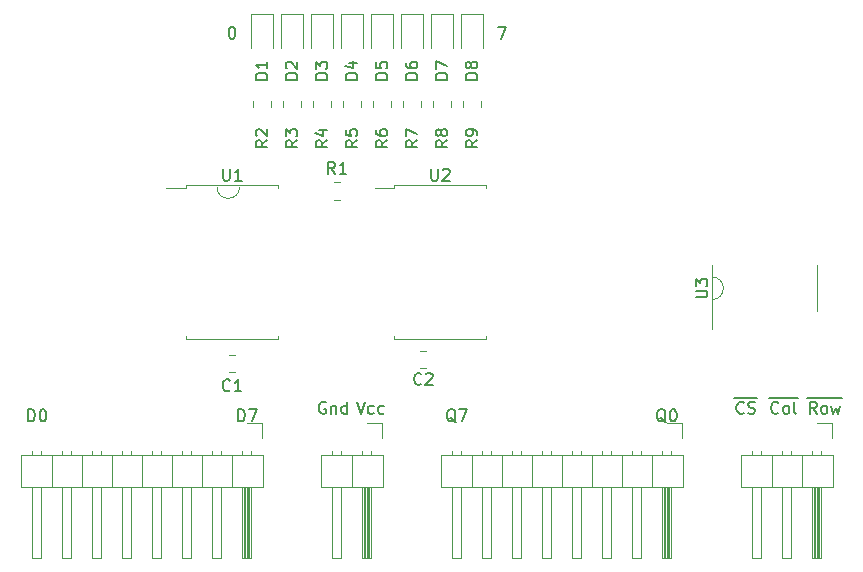
<source format=gbr>
%TF.GenerationSoftware,KiCad,Pcbnew,(5.1.8)-1*%
%TF.CreationDate,2022-11-12T22:58:33+03:00*%
%TF.ProjectId,Reg,5265672e-6b69-4636-9164-5f7063625858,rev?*%
%TF.SameCoordinates,Original*%
%TF.FileFunction,Legend,Top*%
%TF.FilePolarity,Positive*%
%FSLAX46Y46*%
G04 Gerber Fmt 4.6, Leading zero omitted, Abs format (unit mm)*
G04 Created by KiCad (PCBNEW (5.1.8)-1) date 2022-11-12 22:58:33*
%MOMM*%
%LPD*%
G01*
G04 APERTURE LIST*
%ADD10C,0.150000*%
%ADD11C,0.120000*%
G04 APERTURE END LIST*
D10*
X92376666Y-18502380D02*
X93043333Y-18502380D01*
X92614761Y-19502380D01*
X69802380Y-18502380D02*
X69897619Y-18502380D01*
X69992857Y-18550000D01*
X70040476Y-18597619D01*
X70088095Y-18692857D01*
X70135714Y-18883333D01*
X70135714Y-19121428D01*
X70088095Y-19311904D01*
X70040476Y-19407142D01*
X69992857Y-19454761D01*
X69897619Y-19502380D01*
X69802380Y-19502380D01*
X69707142Y-19454761D01*
X69659523Y-19407142D01*
X69611904Y-19311904D01*
X69564285Y-19121428D01*
X69564285Y-18883333D01*
X69611904Y-18692857D01*
X69659523Y-18597619D01*
X69707142Y-18550000D01*
X69802380Y-18502380D01*
D11*
X110500000Y-39687500D02*
G75*
G02*
X110500000Y-41592500I0J-952500D01*
G01*
X70485000Y-32067500D02*
G75*
G02*
X68580000Y-32067500I-952500J0D01*
G01*
D10*
X118538809Y-49885000D02*
X119538809Y-49885000D01*
X119348333Y-51252380D02*
X119015000Y-50776190D01*
X118776904Y-51252380D02*
X118776904Y-50252380D01*
X119157857Y-50252380D01*
X119253095Y-50300000D01*
X119300714Y-50347619D01*
X119348333Y-50442857D01*
X119348333Y-50585714D01*
X119300714Y-50680952D01*
X119253095Y-50728571D01*
X119157857Y-50776190D01*
X118776904Y-50776190D01*
X119538809Y-49885000D02*
X120443571Y-49885000D01*
X119919761Y-51252380D02*
X119824523Y-51204761D01*
X119776904Y-51157142D01*
X119729285Y-51061904D01*
X119729285Y-50776190D01*
X119776904Y-50680952D01*
X119824523Y-50633333D01*
X119919761Y-50585714D01*
X120062619Y-50585714D01*
X120157857Y-50633333D01*
X120205476Y-50680952D01*
X120253095Y-50776190D01*
X120253095Y-51061904D01*
X120205476Y-51157142D01*
X120157857Y-51204761D01*
X120062619Y-51252380D01*
X119919761Y-51252380D01*
X120443571Y-49885000D02*
X121491190Y-49885000D01*
X120586428Y-50585714D02*
X120776904Y-51252380D01*
X120967380Y-50776190D01*
X121157857Y-51252380D01*
X121348333Y-50585714D01*
X115308214Y-49885000D02*
X116308214Y-49885000D01*
X116117738Y-51157142D02*
X116070119Y-51204761D01*
X115927261Y-51252380D01*
X115832023Y-51252380D01*
X115689166Y-51204761D01*
X115593928Y-51109523D01*
X115546309Y-51014285D01*
X115498690Y-50823809D01*
X115498690Y-50680952D01*
X115546309Y-50490476D01*
X115593928Y-50395238D01*
X115689166Y-50300000D01*
X115832023Y-50252380D01*
X115927261Y-50252380D01*
X116070119Y-50300000D01*
X116117738Y-50347619D01*
X116308214Y-49885000D02*
X117212976Y-49885000D01*
X116689166Y-51252380D02*
X116593928Y-51204761D01*
X116546309Y-51157142D01*
X116498690Y-51061904D01*
X116498690Y-50776190D01*
X116546309Y-50680952D01*
X116593928Y-50633333D01*
X116689166Y-50585714D01*
X116832023Y-50585714D01*
X116927261Y-50633333D01*
X116974880Y-50680952D01*
X117022500Y-50776190D01*
X117022500Y-51061904D01*
X116974880Y-51157142D01*
X116927261Y-51204761D01*
X116832023Y-51252380D01*
X116689166Y-51252380D01*
X117212976Y-49885000D02*
X117736785Y-49885000D01*
X117593928Y-51252380D02*
X117498690Y-51204761D01*
X117451071Y-51109523D01*
X117451071Y-50252380D01*
X112371309Y-49885000D02*
X113371309Y-49885000D01*
X113180833Y-51157142D02*
X113133214Y-51204761D01*
X112990357Y-51252380D01*
X112895119Y-51252380D01*
X112752261Y-51204761D01*
X112657023Y-51109523D01*
X112609404Y-51014285D01*
X112561785Y-50823809D01*
X112561785Y-50680952D01*
X112609404Y-50490476D01*
X112657023Y-50395238D01*
X112752261Y-50300000D01*
X112895119Y-50252380D01*
X112990357Y-50252380D01*
X113133214Y-50300000D01*
X113180833Y-50347619D01*
X113371309Y-49885000D02*
X114323690Y-49885000D01*
X113561785Y-51204761D02*
X113704642Y-51252380D01*
X113942738Y-51252380D01*
X114037976Y-51204761D01*
X114085595Y-51157142D01*
X114133214Y-51061904D01*
X114133214Y-50966666D01*
X114085595Y-50871428D01*
X114037976Y-50823809D01*
X113942738Y-50776190D01*
X113752261Y-50728571D01*
X113657023Y-50680952D01*
X113609404Y-50633333D01*
X113561785Y-50538095D01*
X113561785Y-50442857D01*
X113609404Y-50347619D01*
X113657023Y-50300000D01*
X113752261Y-50252380D01*
X113990357Y-50252380D01*
X114133214Y-50300000D01*
X106584761Y-51982619D02*
X106489523Y-51935000D01*
X106394285Y-51839761D01*
X106251428Y-51696904D01*
X106156190Y-51649285D01*
X106060952Y-51649285D01*
X106108571Y-51887380D02*
X106013333Y-51839761D01*
X105918095Y-51744523D01*
X105870476Y-51554047D01*
X105870476Y-51220714D01*
X105918095Y-51030238D01*
X106013333Y-50935000D01*
X106108571Y-50887380D01*
X106299047Y-50887380D01*
X106394285Y-50935000D01*
X106489523Y-51030238D01*
X106537142Y-51220714D01*
X106537142Y-51554047D01*
X106489523Y-51744523D01*
X106394285Y-51839761D01*
X106299047Y-51887380D01*
X106108571Y-51887380D01*
X107156190Y-50887380D02*
X107251428Y-50887380D01*
X107346666Y-50935000D01*
X107394285Y-50982619D01*
X107441904Y-51077857D01*
X107489523Y-51268333D01*
X107489523Y-51506428D01*
X107441904Y-51696904D01*
X107394285Y-51792142D01*
X107346666Y-51839761D01*
X107251428Y-51887380D01*
X107156190Y-51887380D01*
X107060952Y-51839761D01*
X107013333Y-51792142D01*
X106965714Y-51696904D01*
X106918095Y-51506428D01*
X106918095Y-51268333D01*
X106965714Y-51077857D01*
X107013333Y-50982619D01*
X107060952Y-50935000D01*
X107156190Y-50887380D01*
X88804761Y-51982619D02*
X88709523Y-51935000D01*
X88614285Y-51839761D01*
X88471428Y-51696904D01*
X88376190Y-51649285D01*
X88280952Y-51649285D01*
X88328571Y-51887380D02*
X88233333Y-51839761D01*
X88138095Y-51744523D01*
X88090476Y-51554047D01*
X88090476Y-51220714D01*
X88138095Y-51030238D01*
X88233333Y-50935000D01*
X88328571Y-50887380D01*
X88519047Y-50887380D01*
X88614285Y-50935000D01*
X88709523Y-51030238D01*
X88757142Y-51220714D01*
X88757142Y-51554047D01*
X88709523Y-51744523D01*
X88614285Y-51839761D01*
X88519047Y-51887380D01*
X88328571Y-51887380D01*
X89090476Y-50887380D02*
X89757142Y-50887380D01*
X89328571Y-51887380D01*
X77779642Y-50300000D02*
X77684404Y-50252380D01*
X77541547Y-50252380D01*
X77398690Y-50300000D01*
X77303452Y-50395238D01*
X77255833Y-50490476D01*
X77208214Y-50680952D01*
X77208214Y-50823809D01*
X77255833Y-51014285D01*
X77303452Y-51109523D01*
X77398690Y-51204761D01*
X77541547Y-51252380D01*
X77636785Y-51252380D01*
X77779642Y-51204761D01*
X77827261Y-51157142D01*
X77827261Y-50823809D01*
X77636785Y-50823809D01*
X78255833Y-50585714D02*
X78255833Y-51252380D01*
X78255833Y-50680952D02*
X78303452Y-50633333D01*
X78398690Y-50585714D01*
X78541547Y-50585714D01*
X78636785Y-50633333D01*
X78684404Y-50728571D01*
X78684404Y-51252380D01*
X79589166Y-51252380D02*
X79589166Y-50252380D01*
X79589166Y-51204761D02*
X79493928Y-51252380D01*
X79303452Y-51252380D01*
X79208214Y-51204761D01*
X79160595Y-51157142D01*
X79112976Y-51061904D01*
X79112976Y-50776190D01*
X79160595Y-50680952D01*
X79208214Y-50633333D01*
X79303452Y-50585714D01*
X79493928Y-50585714D01*
X79589166Y-50633333D01*
X80407023Y-50252380D02*
X80740357Y-51252380D01*
X81073690Y-50252380D01*
X81835595Y-51204761D02*
X81740357Y-51252380D01*
X81549880Y-51252380D01*
X81454642Y-51204761D01*
X81407023Y-51157142D01*
X81359404Y-51061904D01*
X81359404Y-50776190D01*
X81407023Y-50680952D01*
X81454642Y-50633333D01*
X81549880Y-50585714D01*
X81740357Y-50585714D01*
X81835595Y-50633333D01*
X82692738Y-51204761D02*
X82597500Y-51252380D01*
X82407023Y-51252380D01*
X82311785Y-51204761D01*
X82264166Y-51157142D01*
X82216547Y-51061904D01*
X82216547Y-50776190D01*
X82264166Y-50680952D01*
X82311785Y-50633333D01*
X82407023Y-50585714D01*
X82597500Y-50585714D01*
X82692738Y-50633333D01*
X70381904Y-51887380D02*
X70381904Y-50887380D01*
X70620000Y-50887380D01*
X70762857Y-50935000D01*
X70858095Y-51030238D01*
X70905714Y-51125476D01*
X70953333Y-51315952D01*
X70953333Y-51458809D01*
X70905714Y-51649285D01*
X70858095Y-51744523D01*
X70762857Y-51839761D01*
X70620000Y-51887380D01*
X70381904Y-51887380D01*
X71286666Y-50887380D02*
X71953333Y-50887380D01*
X71524761Y-51887380D01*
X52601904Y-51887380D02*
X52601904Y-50887380D01*
X52840000Y-50887380D01*
X52982857Y-50935000D01*
X53078095Y-51030238D01*
X53125714Y-51125476D01*
X53173333Y-51315952D01*
X53173333Y-51458809D01*
X53125714Y-51649285D01*
X53078095Y-51744523D01*
X52982857Y-51839761D01*
X52840000Y-51887380D01*
X52601904Y-51887380D01*
X53792380Y-50887380D02*
X53887619Y-50887380D01*
X53982857Y-50935000D01*
X54030476Y-50982619D01*
X54078095Y-51077857D01*
X54125714Y-51268333D01*
X54125714Y-51506428D01*
X54078095Y-51696904D01*
X54030476Y-51792142D01*
X53982857Y-51839761D01*
X53887619Y-51887380D01*
X53792380Y-51887380D01*
X53697142Y-51839761D01*
X53649523Y-51792142D01*
X53601904Y-51696904D01*
X53554285Y-51506428D01*
X53554285Y-51268333D01*
X53601904Y-51077857D01*
X53649523Y-50982619D01*
X53697142Y-50935000D01*
X53792380Y-50887380D01*
D11*
%TO.C,C2*%
X86303752Y-47407500D02*
X85781248Y-47407500D01*
X86303752Y-45937500D02*
X85781248Y-45937500D01*
%TO.C,R9*%
X90905000Y-25262064D02*
X90905000Y-24807936D01*
X89435000Y-25262064D02*
X89435000Y-24807936D01*
%TO.C,R8*%
X88365000Y-25262064D02*
X88365000Y-24807936D01*
X86895000Y-25262064D02*
X86895000Y-24807936D01*
%TO.C,R7*%
X85825000Y-25262064D02*
X85825000Y-24807936D01*
X84355000Y-25262064D02*
X84355000Y-24807936D01*
%TO.C,R6*%
X83285000Y-25262064D02*
X83285000Y-24807936D01*
X81815000Y-25262064D02*
X81815000Y-24807936D01*
%TO.C,R5*%
X80745000Y-25262064D02*
X80745000Y-24807936D01*
X79275000Y-25262064D02*
X79275000Y-24807936D01*
%TO.C,R4*%
X78205000Y-25262064D02*
X78205000Y-24807936D01*
X76735000Y-25262064D02*
X76735000Y-24807936D01*
%TO.C,R3*%
X75665000Y-25262064D02*
X75665000Y-24807936D01*
X74195000Y-25262064D02*
X74195000Y-24807936D01*
%TO.C,R2*%
X73125000Y-25262064D02*
X73125000Y-24807936D01*
X71655000Y-25262064D02*
X71655000Y-24807936D01*
%TO.C,R1*%
X78967064Y-31650000D02*
X78512936Y-31650000D01*
X78967064Y-33120000D02*
X78512936Y-33120000D01*
%TO.C,D8*%
X89210000Y-17435000D02*
X89210000Y-20295000D01*
X91130000Y-17435000D02*
X89210000Y-17435000D01*
X91130000Y-20295000D02*
X91130000Y-17435000D01*
%TO.C,D7*%
X86670000Y-17435000D02*
X86670000Y-20295000D01*
X88590000Y-17435000D02*
X86670000Y-17435000D01*
X88590000Y-20295000D02*
X88590000Y-17435000D01*
%TO.C,D6*%
X84130000Y-17435000D02*
X84130000Y-20295000D01*
X86050000Y-17435000D02*
X84130000Y-17435000D01*
X86050000Y-20295000D02*
X86050000Y-17435000D01*
%TO.C,D5*%
X81590000Y-17435000D02*
X81590000Y-20295000D01*
X83510000Y-17435000D02*
X81590000Y-17435000D01*
X83510000Y-20295000D02*
X83510000Y-17435000D01*
%TO.C,D4*%
X79050000Y-17435000D02*
X79050000Y-20295000D01*
X80970000Y-17435000D02*
X79050000Y-17435000D01*
X80970000Y-20295000D02*
X80970000Y-17435000D01*
%TO.C,D3*%
X76510000Y-17435000D02*
X76510000Y-20295000D01*
X78430000Y-17435000D02*
X76510000Y-17435000D01*
X78430000Y-20295000D02*
X78430000Y-17435000D01*
%TO.C,D2*%
X73970000Y-17435000D02*
X73970000Y-20295000D01*
X75890000Y-17435000D02*
X73970000Y-17435000D01*
X75890000Y-20295000D02*
X75890000Y-17435000D01*
%TO.C,D1*%
X71430000Y-17435000D02*
X71430000Y-20295000D01*
X73350000Y-17435000D02*
X71430000Y-17435000D01*
X73350000Y-20295000D02*
X73350000Y-17435000D01*
%TO.C,C1*%
X70111252Y-47725000D02*
X69588748Y-47725000D01*
X70111252Y-46255000D02*
X69588748Y-46255000D01*
%TO.C,J1*%
X72450000Y-54780000D02*
X52010000Y-54780000D01*
X52010000Y-54780000D02*
X52010000Y-57440000D01*
X52010000Y-57440000D02*
X72450000Y-57440000D01*
X72450000Y-57440000D02*
X72450000Y-54780000D01*
X71500000Y-57440000D02*
X71500000Y-63440000D01*
X71500000Y-63440000D02*
X70740000Y-63440000D01*
X70740000Y-63440000D02*
X70740000Y-57440000D01*
X71440000Y-57440000D02*
X71440000Y-63440000D01*
X71320000Y-57440000D02*
X71320000Y-63440000D01*
X71200000Y-57440000D02*
X71200000Y-63440000D01*
X71080000Y-57440000D02*
X71080000Y-63440000D01*
X70960000Y-57440000D02*
X70960000Y-63440000D01*
X70840000Y-57440000D02*
X70840000Y-63440000D01*
X71500000Y-54450000D02*
X71500000Y-54780000D01*
X70740000Y-54450000D02*
X70740000Y-54780000D01*
X69850000Y-54780000D02*
X69850000Y-57440000D01*
X68960000Y-57440000D02*
X68960000Y-63440000D01*
X68960000Y-63440000D02*
X68200000Y-63440000D01*
X68200000Y-63440000D02*
X68200000Y-57440000D01*
X68960000Y-54382929D02*
X68960000Y-54780000D01*
X68200000Y-54382929D02*
X68200000Y-54780000D01*
X67310000Y-54780000D02*
X67310000Y-57440000D01*
X66420000Y-57440000D02*
X66420000Y-63440000D01*
X66420000Y-63440000D02*
X65660000Y-63440000D01*
X65660000Y-63440000D02*
X65660000Y-57440000D01*
X66420000Y-54382929D02*
X66420000Y-54780000D01*
X65660000Y-54382929D02*
X65660000Y-54780000D01*
X64770000Y-54780000D02*
X64770000Y-57440000D01*
X63880000Y-57440000D02*
X63880000Y-63440000D01*
X63880000Y-63440000D02*
X63120000Y-63440000D01*
X63120000Y-63440000D02*
X63120000Y-57440000D01*
X63880000Y-54382929D02*
X63880000Y-54780000D01*
X63120000Y-54382929D02*
X63120000Y-54780000D01*
X62230000Y-54780000D02*
X62230000Y-57440000D01*
X61340000Y-57440000D02*
X61340000Y-63440000D01*
X61340000Y-63440000D02*
X60580000Y-63440000D01*
X60580000Y-63440000D02*
X60580000Y-57440000D01*
X61340000Y-54382929D02*
X61340000Y-54780000D01*
X60580000Y-54382929D02*
X60580000Y-54780000D01*
X59690000Y-54780000D02*
X59690000Y-57440000D01*
X58800000Y-57440000D02*
X58800000Y-63440000D01*
X58800000Y-63440000D02*
X58040000Y-63440000D01*
X58040000Y-63440000D02*
X58040000Y-57440000D01*
X58800000Y-54382929D02*
X58800000Y-54780000D01*
X58040000Y-54382929D02*
X58040000Y-54780000D01*
X57150000Y-54780000D02*
X57150000Y-57440000D01*
X56260000Y-57440000D02*
X56260000Y-63440000D01*
X56260000Y-63440000D02*
X55500000Y-63440000D01*
X55500000Y-63440000D02*
X55500000Y-57440000D01*
X56260000Y-54382929D02*
X56260000Y-54780000D01*
X55500000Y-54382929D02*
X55500000Y-54780000D01*
X54610000Y-54780000D02*
X54610000Y-57440000D01*
X53720000Y-57440000D02*
X53720000Y-63440000D01*
X53720000Y-63440000D02*
X52960000Y-63440000D01*
X52960000Y-63440000D02*
X52960000Y-57440000D01*
X53720000Y-54382929D02*
X53720000Y-54780000D01*
X52960000Y-54382929D02*
X52960000Y-54780000D01*
X71120000Y-52070000D02*
X72390000Y-52070000D01*
X72390000Y-52070000D02*
X72390000Y-53340000D01*
%TO.C,J2*%
X107950000Y-52070000D02*
X107950000Y-53340000D01*
X106680000Y-52070000D02*
X107950000Y-52070000D01*
X88520000Y-54382929D02*
X88520000Y-54780000D01*
X89280000Y-54382929D02*
X89280000Y-54780000D01*
X88520000Y-63440000D02*
X88520000Y-57440000D01*
X89280000Y-63440000D02*
X88520000Y-63440000D01*
X89280000Y-57440000D02*
X89280000Y-63440000D01*
X90170000Y-54780000D02*
X90170000Y-57440000D01*
X91060000Y-54382929D02*
X91060000Y-54780000D01*
X91820000Y-54382929D02*
X91820000Y-54780000D01*
X91060000Y-63440000D02*
X91060000Y-57440000D01*
X91820000Y-63440000D02*
X91060000Y-63440000D01*
X91820000Y-57440000D02*
X91820000Y-63440000D01*
X92710000Y-54780000D02*
X92710000Y-57440000D01*
X93600000Y-54382929D02*
X93600000Y-54780000D01*
X94360000Y-54382929D02*
X94360000Y-54780000D01*
X93600000Y-63440000D02*
X93600000Y-57440000D01*
X94360000Y-63440000D02*
X93600000Y-63440000D01*
X94360000Y-57440000D02*
X94360000Y-63440000D01*
X95250000Y-54780000D02*
X95250000Y-57440000D01*
X96140000Y-54382929D02*
X96140000Y-54780000D01*
X96900000Y-54382929D02*
X96900000Y-54780000D01*
X96140000Y-63440000D02*
X96140000Y-57440000D01*
X96900000Y-63440000D02*
X96140000Y-63440000D01*
X96900000Y-57440000D02*
X96900000Y-63440000D01*
X97790000Y-54780000D02*
X97790000Y-57440000D01*
X98680000Y-54382929D02*
X98680000Y-54780000D01*
X99440000Y-54382929D02*
X99440000Y-54780000D01*
X98680000Y-63440000D02*
X98680000Y-57440000D01*
X99440000Y-63440000D02*
X98680000Y-63440000D01*
X99440000Y-57440000D02*
X99440000Y-63440000D01*
X100330000Y-54780000D02*
X100330000Y-57440000D01*
X101220000Y-54382929D02*
X101220000Y-54780000D01*
X101980000Y-54382929D02*
X101980000Y-54780000D01*
X101220000Y-63440000D02*
X101220000Y-57440000D01*
X101980000Y-63440000D02*
X101220000Y-63440000D01*
X101980000Y-57440000D02*
X101980000Y-63440000D01*
X102870000Y-54780000D02*
X102870000Y-57440000D01*
X103760000Y-54382929D02*
X103760000Y-54780000D01*
X104520000Y-54382929D02*
X104520000Y-54780000D01*
X103760000Y-63440000D02*
X103760000Y-57440000D01*
X104520000Y-63440000D02*
X103760000Y-63440000D01*
X104520000Y-57440000D02*
X104520000Y-63440000D01*
X105410000Y-54780000D02*
X105410000Y-57440000D01*
X106300000Y-54450000D02*
X106300000Y-54780000D01*
X107060000Y-54450000D02*
X107060000Y-54780000D01*
X106400000Y-57440000D02*
X106400000Y-63440000D01*
X106520000Y-57440000D02*
X106520000Y-63440000D01*
X106640000Y-57440000D02*
X106640000Y-63440000D01*
X106760000Y-57440000D02*
X106760000Y-63440000D01*
X106880000Y-57440000D02*
X106880000Y-63440000D01*
X107000000Y-57440000D02*
X107000000Y-63440000D01*
X106300000Y-63440000D02*
X106300000Y-57440000D01*
X107060000Y-63440000D02*
X106300000Y-63440000D01*
X107060000Y-57440000D02*
X107060000Y-63440000D01*
X108010000Y-57440000D02*
X108010000Y-54780000D01*
X87570000Y-57440000D02*
X108010000Y-57440000D01*
X87570000Y-54780000D02*
X87570000Y-57440000D01*
X108010000Y-54780000D02*
X87570000Y-54780000D01*
%TO.C,J3*%
X82610000Y-54780000D02*
X77410000Y-54780000D01*
X77410000Y-54780000D02*
X77410000Y-57440000D01*
X77410000Y-57440000D02*
X82610000Y-57440000D01*
X82610000Y-57440000D02*
X82610000Y-54780000D01*
X81660000Y-57440000D02*
X81660000Y-63440000D01*
X81660000Y-63440000D02*
X80900000Y-63440000D01*
X80900000Y-63440000D02*
X80900000Y-57440000D01*
X81600000Y-57440000D02*
X81600000Y-63440000D01*
X81480000Y-57440000D02*
X81480000Y-63440000D01*
X81360000Y-57440000D02*
X81360000Y-63440000D01*
X81240000Y-57440000D02*
X81240000Y-63440000D01*
X81120000Y-57440000D02*
X81120000Y-63440000D01*
X81000000Y-57440000D02*
X81000000Y-63440000D01*
X81660000Y-54450000D02*
X81660000Y-54780000D01*
X80900000Y-54450000D02*
X80900000Y-54780000D01*
X80010000Y-54780000D02*
X80010000Y-57440000D01*
X79120000Y-57440000D02*
X79120000Y-63440000D01*
X79120000Y-63440000D02*
X78360000Y-63440000D01*
X78360000Y-63440000D02*
X78360000Y-57440000D01*
X79120000Y-54382929D02*
X79120000Y-54780000D01*
X78360000Y-54382929D02*
X78360000Y-54780000D01*
X81280000Y-52070000D02*
X82550000Y-52070000D01*
X82550000Y-52070000D02*
X82550000Y-53340000D01*
%TO.C,J4*%
X120710000Y-54780000D02*
X112970000Y-54780000D01*
X112970000Y-54780000D02*
X112970000Y-57440000D01*
X112970000Y-57440000D02*
X120710000Y-57440000D01*
X120710000Y-57440000D02*
X120710000Y-54780000D01*
X119760000Y-57440000D02*
X119760000Y-63440000D01*
X119760000Y-63440000D02*
X119000000Y-63440000D01*
X119000000Y-63440000D02*
X119000000Y-57440000D01*
X119700000Y-57440000D02*
X119700000Y-63440000D01*
X119580000Y-57440000D02*
X119580000Y-63440000D01*
X119460000Y-57440000D02*
X119460000Y-63440000D01*
X119340000Y-57440000D02*
X119340000Y-63440000D01*
X119220000Y-57440000D02*
X119220000Y-63440000D01*
X119100000Y-57440000D02*
X119100000Y-63440000D01*
X119760000Y-54450000D02*
X119760000Y-54780000D01*
X119000000Y-54450000D02*
X119000000Y-54780000D01*
X118110000Y-54780000D02*
X118110000Y-57440000D01*
X117220000Y-57440000D02*
X117220000Y-63440000D01*
X117220000Y-63440000D02*
X116460000Y-63440000D01*
X116460000Y-63440000D02*
X116460000Y-57440000D01*
X117220000Y-54382929D02*
X117220000Y-54780000D01*
X116460000Y-54382929D02*
X116460000Y-54780000D01*
X115570000Y-54780000D02*
X115570000Y-57440000D01*
X114680000Y-57440000D02*
X114680000Y-63440000D01*
X114680000Y-63440000D02*
X113920000Y-63440000D01*
X113920000Y-63440000D02*
X113920000Y-57440000D01*
X114680000Y-54382929D02*
X114680000Y-54780000D01*
X113920000Y-54382929D02*
X113920000Y-54780000D01*
X119380000Y-52070000D02*
X120650000Y-52070000D01*
X120650000Y-52070000D02*
X120650000Y-53340000D01*
%TO.C,U1*%
X69850000Y-44935001D02*
X73710000Y-44935001D01*
X73710000Y-44935001D02*
X73710000Y-44700001D01*
X69850000Y-44935001D02*
X65990000Y-44935001D01*
X65990000Y-44935001D02*
X65990000Y-44700001D01*
X69850000Y-31915001D02*
X73710000Y-31915001D01*
X73710000Y-31915001D02*
X73710000Y-32150001D01*
X69850000Y-31915001D02*
X65990000Y-31915001D01*
X65990000Y-31915001D02*
X65990000Y-32150001D01*
X65990000Y-32150001D02*
X64300000Y-32150001D01*
%TO.C,U3*%
X110500000Y-40640000D02*
X110500000Y-44090000D01*
X110500000Y-40640000D02*
X110500000Y-38690000D01*
X119370000Y-40640000D02*
X119370000Y-42590000D01*
X119370000Y-40640000D02*
X119370000Y-38690000D01*
%TO.C,U2*%
X87467500Y-44927500D02*
X91327500Y-44927500D01*
X91327500Y-44927500D02*
X91327500Y-44692500D01*
X87467500Y-44927500D02*
X83607500Y-44927500D01*
X83607500Y-44927500D02*
X83607500Y-44692500D01*
X87467500Y-31907500D02*
X91327500Y-31907500D01*
X91327500Y-31907500D02*
X91327500Y-32142500D01*
X87467500Y-31907500D02*
X83607500Y-31907500D01*
X83607500Y-31907500D02*
X83607500Y-32142500D01*
X83607500Y-32142500D02*
X81917500Y-32142500D01*
%TO.C,C2*%
D10*
X85875833Y-48709642D02*
X85828214Y-48757261D01*
X85685357Y-48804880D01*
X85590119Y-48804880D01*
X85447261Y-48757261D01*
X85352023Y-48662023D01*
X85304404Y-48566785D01*
X85256785Y-48376309D01*
X85256785Y-48233452D01*
X85304404Y-48042976D01*
X85352023Y-47947738D01*
X85447261Y-47852500D01*
X85590119Y-47804880D01*
X85685357Y-47804880D01*
X85828214Y-47852500D01*
X85875833Y-47900119D01*
X86256785Y-47900119D02*
X86304404Y-47852500D01*
X86399642Y-47804880D01*
X86637738Y-47804880D01*
X86732976Y-47852500D01*
X86780595Y-47900119D01*
X86828214Y-47995357D01*
X86828214Y-48090595D01*
X86780595Y-48233452D01*
X86209166Y-48804880D01*
X86828214Y-48804880D01*
%TO.C,R9*%
X90622380Y-28106666D02*
X90146190Y-28440000D01*
X90622380Y-28678095D02*
X89622380Y-28678095D01*
X89622380Y-28297142D01*
X89670000Y-28201904D01*
X89717619Y-28154285D01*
X89812857Y-28106666D01*
X89955714Y-28106666D01*
X90050952Y-28154285D01*
X90098571Y-28201904D01*
X90146190Y-28297142D01*
X90146190Y-28678095D01*
X90622380Y-27630476D02*
X90622380Y-27440000D01*
X90574761Y-27344761D01*
X90527142Y-27297142D01*
X90384285Y-27201904D01*
X90193809Y-27154285D01*
X89812857Y-27154285D01*
X89717619Y-27201904D01*
X89670000Y-27249523D01*
X89622380Y-27344761D01*
X89622380Y-27535238D01*
X89670000Y-27630476D01*
X89717619Y-27678095D01*
X89812857Y-27725714D01*
X90050952Y-27725714D01*
X90146190Y-27678095D01*
X90193809Y-27630476D01*
X90241428Y-27535238D01*
X90241428Y-27344761D01*
X90193809Y-27249523D01*
X90146190Y-27201904D01*
X90050952Y-27154285D01*
%TO.C,R8*%
X88082380Y-28106666D02*
X87606190Y-28440000D01*
X88082380Y-28678095D02*
X87082380Y-28678095D01*
X87082380Y-28297142D01*
X87130000Y-28201904D01*
X87177619Y-28154285D01*
X87272857Y-28106666D01*
X87415714Y-28106666D01*
X87510952Y-28154285D01*
X87558571Y-28201904D01*
X87606190Y-28297142D01*
X87606190Y-28678095D01*
X87510952Y-27535238D02*
X87463333Y-27630476D01*
X87415714Y-27678095D01*
X87320476Y-27725714D01*
X87272857Y-27725714D01*
X87177619Y-27678095D01*
X87130000Y-27630476D01*
X87082380Y-27535238D01*
X87082380Y-27344761D01*
X87130000Y-27249523D01*
X87177619Y-27201904D01*
X87272857Y-27154285D01*
X87320476Y-27154285D01*
X87415714Y-27201904D01*
X87463333Y-27249523D01*
X87510952Y-27344761D01*
X87510952Y-27535238D01*
X87558571Y-27630476D01*
X87606190Y-27678095D01*
X87701428Y-27725714D01*
X87891904Y-27725714D01*
X87987142Y-27678095D01*
X88034761Y-27630476D01*
X88082380Y-27535238D01*
X88082380Y-27344761D01*
X88034761Y-27249523D01*
X87987142Y-27201904D01*
X87891904Y-27154285D01*
X87701428Y-27154285D01*
X87606190Y-27201904D01*
X87558571Y-27249523D01*
X87510952Y-27344761D01*
%TO.C,R7*%
X85542380Y-28106666D02*
X85066190Y-28440000D01*
X85542380Y-28678095D02*
X84542380Y-28678095D01*
X84542380Y-28297142D01*
X84590000Y-28201904D01*
X84637619Y-28154285D01*
X84732857Y-28106666D01*
X84875714Y-28106666D01*
X84970952Y-28154285D01*
X85018571Y-28201904D01*
X85066190Y-28297142D01*
X85066190Y-28678095D01*
X84542380Y-27773333D02*
X84542380Y-27106666D01*
X85542380Y-27535238D01*
%TO.C,R6*%
X83002380Y-28106666D02*
X82526190Y-28440000D01*
X83002380Y-28678095D02*
X82002380Y-28678095D01*
X82002380Y-28297142D01*
X82050000Y-28201904D01*
X82097619Y-28154285D01*
X82192857Y-28106666D01*
X82335714Y-28106666D01*
X82430952Y-28154285D01*
X82478571Y-28201904D01*
X82526190Y-28297142D01*
X82526190Y-28678095D01*
X82002380Y-27249523D02*
X82002380Y-27440000D01*
X82050000Y-27535238D01*
X82097619Y-27582857D01*
X82240476Y-27678095D01*
X82430952Y-27725714D01*
X82811904Y-27725714D01*
X82907142Y-27678095D01*
X82954761Y-27630476D01*
X83002380Y-27535238D01*
X83002380Y-27344761D01*
X82954761Y-27249523D01*
X82907142Y-27201904D01*
X82811904Y-27154285D01*
X82573809Y-27154285D01*
X82478571Y-27201904D01*
X82430952Y-27249523D01*
X82383333Y-27344761D01*
X82383333Y-27535238D01*
X82430952Y-27630476D01*
X82478571Y-27678095D01*
X82573809Y-27725714D01*
%TO.C,R5*%
X80462380Y-28106666D02*
X79986190Y-28440000D01*
X80462380Y-28678095D02*
X79462380Y-28678095D01*
X79462380Y-28297142D01*
X79510000Y-28201904D01*
X79557619Y-28154285D01*
X79652857Y-28106666D01*
X79795714Y-28106666D01*
X79890952Y-28154285D01*
X79938571Y-28201904D01*
X79986190Y-28297142D01*
X79986190Y-28678095D01*
X79462380Y-27201904D02*
X79462380Y-27678095D01*
X79938571Y-27725714D01*
X79890952Y-27678095D01*
X79843333Y-27582857D01*
X79843333Y-27344761D01*
X79890952Y-27249523D01*
X79938571Y-27201904D01*
X80033809Y-27154285D01*
X80271904Y-27154285D01*
X80367142Y-27201904D01*
X80414761Y-27249523D01*
X80462380Y-27344761D01*
X80462380Y-27582857D01*
X80414761Y-27678095D01*
X80367142Y-27725714D01*
%TO.C,R4*%
X77922380Y-28106666D02*
X77446190Y-28440000D01*
X77922380Y-28678095D02*
X76922380Y-28678095D01*
X76922380Y-28297142D01*
X76970000Y-28201904D01*
X77017619Y-28154285D01*
X77112857Y-28106666D01*
X77255714Y-28106666D01*
X77350952Y-28154285D01*
X77398571Y-28201904D01*
X77446190Y-28297142D01*
X77446190Y-28678095D01*
X77255714Y-27249523D02*
X77922380Y-27249523D01*
X76874761Y-27487619D02*
X77589047Y-27725714D01*
X77589047Y-27106666D01*
%TO.C,R3*%
X75382380Y-28106666D02*
X74906190Y-28440000D01*
X75382380Y-28678095D02*
X74382380Y-28678095D01*
X74382380Y-28297142D01*
X74430000Y-28201904D01*
X74477619Y-28154285D01*
X74572857Y-28106666D01*
X74715714Y-28106666D01*
X74810952Y-28154285D01*
X74858571Y-28201904D01*
X74906190Y-28297142D01*
X74906190Y-28678095D01*
X74382380Y-27773333D02*
X74382380Y-27154285D01*
X74763333Y-27487619D01*
X74763333Y-27344761D01*
X74810952Y-27249523D01*
X74858571Y-27201904D01*
X74953809Y-27154285D01*
X75191904Y-27154285D01*
X75287142Y-27201904D01*
X75334761Y-27249523D01*
X75382380Y-27344761D01*
X75382380Y-27630476D01*
X75334761Y-27725714D01*
X75287142Y-27773333D01*
%TO.C,R2*%
X72842380Y-28106666D02*
X72366190Y-28440000D01*
X72842380Y-28678095D02*
X71842380Y-28678095D01*
X71842380Y-28297142D01*
X71890000Y-28201904D01*
X71937619Y-28154285D01*
X72032857Y-28106666D01*
X72175714Y-28106666D01*
X72270952Y-28154285D01*
X72318571Y-28201904D01*
X72366190Y-28297142D01*
X72366190Y-28678095D01*
X71937619Y-27725714D02*
X71890000Y-27678095D01*
X71842380Y-27582857D01*
X71842380Y-27344761D01*
X71890000Y-27249523D01*
X71937619Y-27201904D01*
X72032857Y-27154285D01*
X72128095Y-27154285D01*
X72270952Y-27201904D01*
X72842380Y-27773333D01*
X72842380Y-27154285D01*
%TO.C,R1*%
X78573333Y-30932380D02*
X78240000Y-30456190D01*
X78001904Y-30932380D02*
X78001904Y-29932380D01*
X78382857Y-29932380D01*
X78478095Y-29980000D01*
X78525714Y-30027619D01*
X78573333Y-30122857D01*
X78573333Y-30265714D01*
X78525714Y-30360952D01*
X78478095Y-30408571D01*
X78382857Y-30456190D01*
X78001904Y-30456190D01*
X79525714Y-30932380D02*
X78954285Y-30932380D01*
X79240000Y-30932380D02*
X79240000Y-29932380D01*
X79144761Y-30075238D01*
X79049523Y-30170476D01*
X78954285Y-30218095D01*
%TO.C,D8*%
X90622380Y-22963095D02*
X89622380Y-22963095D01*
X89622380Y-22725000D01*
X89670000Y-22582142D01*
X89765238Y-22486904D01*
X89860476Y-22439285D01*
X90050952Y-22391666D01*
X90193809Y-22391666D01*
X90384285Y-22439285D01*
X90479523Y-22486904D01*
X90574761Y-22582142D01*
X90622380Y-22725000D01*
X90622380Y-22963095D01*
X90050952Y-21820238D02*
X90003333Y-21915476D01*
X89955714Y-21963095D01*
X89860476Y-22010714D01*
X89812857Y-22010714D01*
X89717619Y-21963095D01*
X89670000Y-21915476D01*
X89622380Y-21820238D01*
X89622380Y-21629761D01*
X89670000Y-21534523D01*
X89717619Y-21486904D01*
X89812857Y-21439285D01*
X89860476Y-21439285D01*
X89955714Y-21486904D01*
X90003333Y-21534523D01*
X90050952Y-21629761D01*
X90050952Y-21820238D01*
X90098571Y-21915476D01*
X90146190Y-21963095D01*
X90241428Y-22010714D01*
X90431904Y-22010714D01*
X90527142Y-21963095D01*
X90574761Y-21915476D01*
X90622380Y-21820238D01*
X90622380Y-21629761D01*
X90574761Y-21534523D01*
X90527142Y-21486904D01*
X90431904Y-21439285D01*
X90241428Y-21439285D01*
X90146190Y-21486904D01*
X90098571Y-21534523D01*
X90050952Y-21629761D01*
%TO.C,D7*%
X88082380Y-22963095D02*
X87082380Y-22963095D01*
X87082380Y-22725000D01*
X87130000Y-22582142D01*
X87225238Y-22486904D01*
X87320476Y-22439285D01*
X87510952Y-22391666D01*
X87653809Y-22391666D01*
X87844285Y-22439285D01*
X87939523Y-22486904D01*
X88034761Y-22582142D01*
X88082380Y-22725000D01*
X88082380Y-22963095D01*
X87082380Y-22058333D02*
X87082380Y-21391666D01*
X88082380Y-21820238D01*
%TO.C,D6*%
X85542380Y-22963095D02*
X84542380Y-22963095D01*
X84542380Y-22725000D01*
X84590000Y-22582142D01*
X84685238Y-22486904D01*
X84780476Y-22439285D01*
X84970952Y-22391666D01*
X85113809Y-22391666D01*
X85304285Y-22439285D01*
X85399523Y-22486904D01*
X85494761Y-22582142D01*
X85542380Y-22725000D01*
X85542380Y-22963095D01*
X84542380Y-21534523D02*
X84542380Y-21725000D01*
X84590000Y-21820238D01*
X84637619Y-21867857D01*
X84780476Y-21963095D01*
X84970952Y-22010714D01*
X85351904Y-22010714D01*
X85447142Y-21963095D01*
X85494761Y-21915476D01*
X85542380Y-21820238D01*
X85542380Y-21629761D01*
X85494761Y-21534523D01*
X85447142Y-21486904D01*
X85351904Y-21439285D01*
X85113809Y-21439285D01*
X85018571Y-21486904D01*
X84970952Y-21534523D01*
X84923333Y-21629761D01*
X84923333Y-21820238D01*
X84970952Y-21915476D01*
X85018571Y-21963095D01*
X85113809Y-22010714D01*
%TO.C,D5*%
X83002380Y-22963095D02*
X82002380Y-22963095D01*
X82002380Y-22725000D01*
X82050000Y-22582142D01*
X82145238Y-22486904D01*
X82240476Y-22439285D01*
X82430952Y-22391666D01*
X82573809Y-22391666D01*
X82764285Y-22439285D01*
X82859523Y-22486904D01*
X82954761Y-22582142D01*
X83002380Y-22725000D01*
X83002380Y-22963095D01*
X82002380Y-21486904D02*
X82002380Y-21963095D01*
X82478571Y-22010714D01*
X82430952Y-21963095D01*
X82383333Y-21867857D01*
X82383333Y-21629761D01*
X82430952Y-21534523D01*
X82478571Y-21486904D01*
X82573809Y-21439285D01*
X82811904Y-21439285D01*
X82907142Y-21486904D01*
X82954761Y-21534523D01*
X83002380Y-21629761D01*
X83002380Y-21867857D01*
X82954761Y-21963095D01*
X82907142Y-22010714D01*
%TO.C,D4*%
X80462380Y-22963095D02*
X79462380Y-22963095D01*
X79462380Y-22725000D01*
X79510000Y-22582142D01*
X79605238Y-22486904D01*
X79700476Y-22439285D01*
X79890952Y-22391666D01*
X80033809Y-22391666D01*
X80224285Y-22439285D01*
X80319523Y-22486904D01*
X80414761Y-22582142D01*
X80462380Y-22725000D01*
X80462380Y-22963095D01*
X79795714Y-21534523D02*
X80462380Y-21534523D01*
X79414761Y-21772619D02*
X80129047Y-22010714D01*
X80129047Y-21391666D01*
%TO.C,D3*%
X77922380Y-22963095D02*
X76922380Y-22963095D01*
X76922380Y-22725000D01*
X76970000Y-22582142D01*
X77065238Y-22486904D01*
X77160476Y-22439285D01*
X77350952Y-22391666D01*
X77493809Y-22391666D01*
X77684285Y-22439285D01*
X77779523Y-22486904D01*
X77874761Y-22582142D01*
X77922380Y-22725000D01*
X77922380Y-22963095D01*
X76922380Y-22058333D02*
X76922380Y-21439285D01*
X77303333Y-21772619D01*
X77303333Y-21629761D01*
X77350952Y-21534523D01*
X77398571Y-21486904D01*
X77493809Y-21439285D01*
X77731904Y-21439285D01*
X77827142Y-21486904D01*
X77874761Y-21534523D01*
X77922380Y-21629761D01*
X77922380Y-21915476D01*
X77874761Y-22010714D01*
X77827142Y-22058333D01*
%TO.C,D2*%
X75382380Y-22963095D02*
X74382380Y-22963095D01*
X74382380Y-22725000D01*
X74430000Y-22582142D01*
X74525238Y-22486904D01*
X74620476Y-22439285D01*
X74810952Y-22391666D01*
X74953809Y-22391666D01*
X75144285Y-22439285D01*
X75239523Y-22486904D01*
X75334761Y-22582142D01*
X75382380Y-22725000D01*
X75382380Y-22963095D01*
X74477619Y-22010714D02*
X74430000Y-21963095D01*
X74382380Y-21867857D01*
X74382380Y-21629761D01*
X74430000Y-21534523D01*
X74477619Y-21486904D01*
X74572857Y-21439285D01*
X74668095Y-21439285D01*
X74810952Y-21486904D01*
X75382380Y-22058333D01*
X75382380Y-21439285D01*
%TO.C,D1*%
X72842380Y-22963095D02*
X71842380Y-22963095D01*
X71842380Y-22725000D01*
X71890000Y-22582142D01*
X71985238Y-22486904D01*
X72080476Y-22439285D01*
X72270952Y-22391666D01*
X72413809Y-22391666D01*
X72604285Y-22439285D01*
X72699523Y-22486904D01*
X72794761Y-22582142D01*
X72842380Y-22725000D01*
X72842380Y-22963095D01*
X72842380Y-21439285D02*
X72842380Y-22010714D01*
X72842380Y-21725000D02*
X71842380Y-21725000D01*
X71985238Y-21820238D01*
X72080476Y-21915476D01*
X72128095Y-22010714D01*
%TO.C,C1*%
X69683333Y-49252142D02*
X69635714Y-49299761D01*
X69492857Y-49347380D01*
X69397619Y-49347380D01*
X69254761Y-49299761D01*
X69159523Y-49204523D01*
X69111904Y-49109285D01*
X69064285Y-48918809D01*
X69064285Y-48775952D01*
X69111904Y-48585476D01*
X69159523Y-48490238D01*
X69254761Y-48395000D01*
X69397619Y-48347380D01*
X69492857Y-48347380D01*
X69635714Y-48395000D01*
X69683333Y-48442619D01*
X70635714Y-49347380D02*
X70064285Y-49347380D01*
X70350000Y-49347380D02*
X70350000Y-48347380D01*
X70254761Y-48490238D01*
X70159523Y-48585476D01*
X70064285Y-48633095D01*
%TO.C,U1*%
X69088095Y-30527381D02*
X69088095Y-31336905D01*
X69135714Y-31432143D01*
X69183333Y-31479762D01*
X69278571Y-31527381D01*
X69469047Y-31527381D01*
X69564285Y-31479762D01*
X69611904Y-31432143D01*
X69659523Y-31336905D01*
X69659523Y-30527381D01*
X70659523Y-31527381D02*
X70088095Y-31527381D01*
X70373809Y-31527381D02*
X70373809Y-30527381D01*
X70278571Y-30670239D01*
X70183333Y-30765477D01*
X70088095Y-30813096D01*
%TO.C,U3*%
X109107380Y-41401904D02*
X109916904Y-41401904D01*
X110012142Y-41354285D01*
X110059761Y-41306666D01*
X110107380Y-41211428D01*
X110107380Y-41020952D01*
X110059761Y-40925714D01*
X110012142Y-40878095D01*
X109916904Y-40830476D01*
X109107380Y-40830476D01*
X109107380Y-40449523D02*
X109107380Y-39830476D01*
X109488333Y-40163809D01*
X109488333Y-40020952D01*
X109535952Y-39925714D01*
X109583571Y-39878095D01*
X109678809Y-39830476D01*
X109916904Y-39830476D01*
X110012142Y-39878095D01*
X110059761Y-39925714D01*
X110107380Y-40020952D01*
X110107380Y-40306666D01*
X110059761Y-40401904D01*
X110012142Y-40449523D01*
%TO.C,U2*%
X86705595Y-30519880D02*
X86705595Y-31329404D01*
X86753214Y-31424642D01*
X86800833Y-31472261D01*
X86896071Y-31519880D01*
X87086547Y-31519880D01*
X87181785Y-31472261D01*
X87229404Y-31424642D01*
X87277023Y-31329404D01*
X87277023Y-30519880D01*
X87705595Y-30615119D02*
X87753214Y-30567500D01*
X87848452Y-30519880D01*
X88086547Y-30519880D01*
X88181785Y-30567500D01*
X88229404Y-30615119D01*
X88277023Y-30710357D01*
X88277023Y-30805595D01*
X88229404Y-30948452D01*
X87657976Y-31519880D01*
X88277023Y-31519880D01*
%TD*%
M02*

</source>
